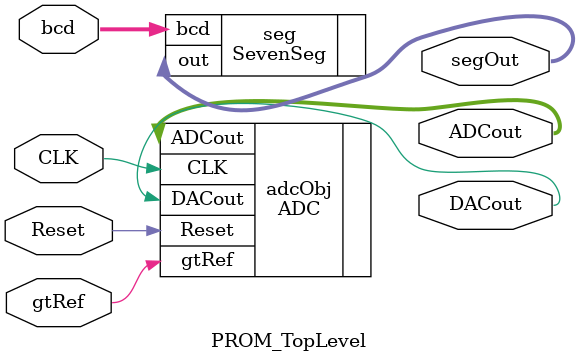
<source format=v>
`timescale 1ns / 1ps
`include "ADC.v"
`include "SevenSeg.v"

`define MSBI 7

module PROM_TopLevel(
    output [`MSBI - 1:0] ADCout,
    output DACout,
    input gtRef,
    input CLK,
    input Reset,
	 input [3:0] bcd,
	 output [6:0] segOut
    );

ADC adcObj (
	.ADCout (ADCout),
	.DACout (DACout),
	.gtRef (gtRef),
	.CLK (CLK),
	.Reset (Reset)
	);

SevenSeg seg (
	.bcd (bcd),
	.out (segOut)
	);

//reg [`MSBI:0] counter;
//reg [`MSBI:0] counter2;
//
//always @ (posedge CLK or posedge Reset)
//begin
//	if 		(Reset)			 counter <= #1 0;
//	else if 	(counter2 == 0) counter <= #1 counter + 1;
//end
//
//always @ (posedge CLK or posedge Reset)
//begin
//	if (Reset)	counter2 <= #1 0;
//	else 			counter2 <= #1 counter2 + 1;
//end
//
//DAC dacObj (
//	.DACout (DACout),
//	.DACin (counter),
//	.CLK (CLK),
//	.Reset (Reset)
//);


endmodule

</source>
